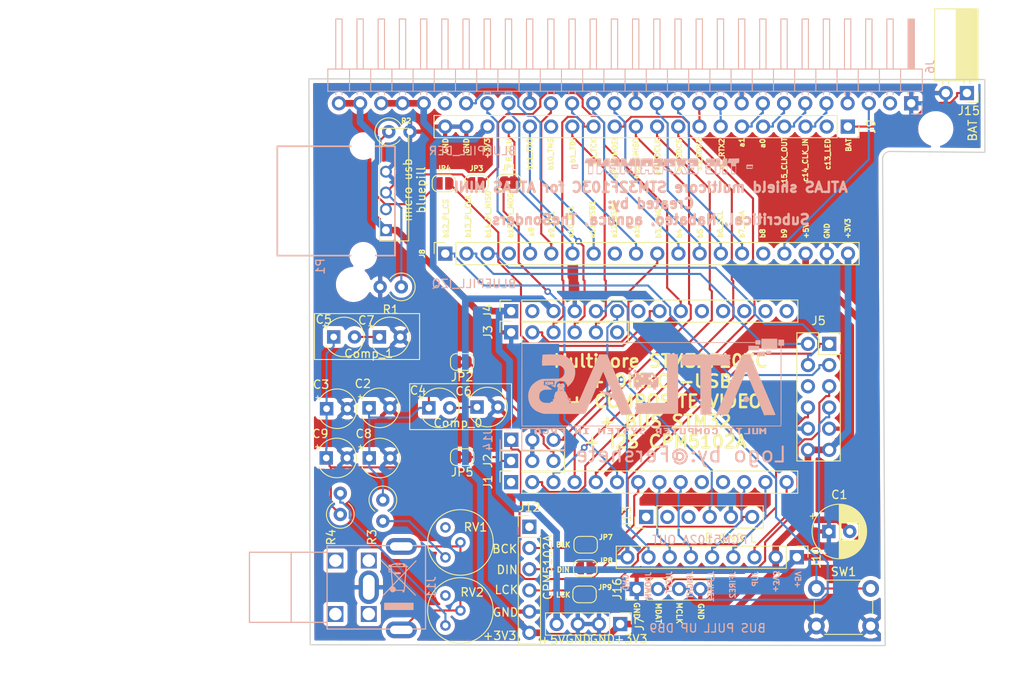
<source format=kicad_pcb>
(kicad_pcb (version 20211014) (generator pcbnew)
  (title_block (title "ESdUDO ROJO MULTICORE") (date "2023-06-16") (rev "Versión 0101") (company "- THE EXPERIMENT -") (comment 1 "By @Subcritical, @Nabateo, @agnuca & @Thesonders") (comment 2 "Multicore for ATLAS MINI \"LA ROJA\"") (comment 3 "License CERN OHL V2 STRICT:") (comment 4 "https://ohwr.org/cern_ohl_s_v2.txt"))
  (layers (0 "F.Cu" signal) (31 "B.Cu" signal) (34 "B.Paste" user) (35 "F.Paste" user) (36 "B.SilkS" user "B.Silkscreen") (37 "F.SilkS" user "F.Silkscreen") (38 "B.Mask" user) (39 "F.Mask" user) (44 "Edge.Cuts" user))
  (net 0 "")
  (net 1 "a4_R12_SD_CS")
  (net 2 "GND")
  (net 3 "TMS")
  (net 4 "a5_T13_SD_CLK")
  (net 5 "a6_R13_SD_MISO")
  (net 6 "a7_T14_SD_MOSI")
  (net 7 "RESET")
  (net 8 "+3.3V")
  (net 9 "VIN")
  (net 10 "+5V")
  (net 11 "J14_JOY_UP")
  (net 12 "K16_JOY_FIRE2")
  (net 13 "K15_JOY_FIRE1")
  (net 14 "TMDSC_N")
  (net 15 "TMDSC_P")
  (net 16 "N16_JOY_RIGHT")
  (net 17 "T15_JOY_LEFT")
  (net 18 "P14_SD_DATA1")
  (net 19 "b3_JTAG_ENABLE_SWO")
  (net 20 "b0_TCK")
  (net 21 "b11_TDO")
  (net 22 "b1_TDI")
  (net 23 "TMDS_2_P")
  (net 24 "TMDS_2_N")
  (net 25 "TMDS_0_P")
  (net 26 "TMDS_1_N")
  (net 27 "TMDS_1_P")
  (net 28 "TMDS_0_N")
  (net 29 "R1_JOY_DOWN")
  (net 30 "b13_F13_PI_CLK")
  (net 31 "b12_C15_PI_CS")
  (net 32 "b7")
  (net 33 "b14_F15_PI_MISO")
  (net 34 "b5")
  (net 35 "b4")
  (net 36 "b9")
  (net 37 "c14_RELOJ_A_IN")
  (net 38 "a11_USB_N")
  (net 39 "a10_USB_p")
  (net 40 "c15_RELOJ_B_OUT")
  (net 41 "a0")
  (net 42 "a15")
  (net 43 "a9_STM32_TX")
  (net 44 "a12_USB_P")
  (net 45 "BAT")
  (net 46 "a1")
  (net 47 "RESET_BLUEPILL")
  (net 48 "K2_KDAT")
  (net 49 "L2_KCLK")
  (net 50 "B16_MDAT")
  (net 51 "C16_MCLK")
  (net 52 "b7_SDA")
  (net 53 "D15_PI_TX")
  (net 54 "b6_SCL")
  (net 55 "b15_F16_PI_MOSI")
  (net 56 "F16_PI_MOSI")
  (net 57 "EAR")
  (net 58 "Net-(JP3-Pad1)")
  (net 59 "Net-(JP4-Pad1)")
  (net 60 "Composite_0")
  (net 61 "Composite_1")
  (net 62 "a10_STM32_RX")
  (net 63 "a8")
  (net 64 "Net-(J11-Pad1)")
  (net 65 "Net-(C2-Pad1)")
  (net 66 "Net-(C3-Pad1)")
  (net 68 "BCK")
  (net 69 "DIN")
  (net 70 "LCK")
  (net 71 "R14_SD_DATA2")
  (net 72 "D16_PI_RX")
  (net 76 "R")
  (net 77 "L")
  (net 78 "Net-(R3-Pad2)")
  (net 79 "Net-(R4-Pad2)")
  (net 80 "Net-(C4-Pad2)")
  (net 81 "Net-(C5-Pad2)")
  (net 84 "b8")
  (net 85 "c13_LED")
  (net 86 "a2_TXD_2")
  (net 87 "a3_RXD_2")
  (net 88 "b10_TMS")
  (footprint "MountingHole:MountingHole_3.2mm_M3" (layer "F.Cu") (at 138.2366 34.05)
    (fp_text reference "H2" hide)
    (fp_text value "MountingHole")
  )
  (footprint "MountingHole:MountingHole_3.2mm_M3" (layer "F.Cu") (at 68.4572 52.7068 90)
    (fp_text reference "H1" hide)
    (fp_text value "MountingHole")
  )
  (footprint "Connector_PinSocket_2.54mm:PinSocket_1x03_P2.54mm_Vertical" (layer "F.Cu") (at 87.3498 73.8573 90)
    (fp_text reference "J2")
    (fp_text value "Conn_01x03")
  )
  (footprint "Connector_PinSocket_2.54mm:PinSocket_1x14_P2.54mm_Vertical" (layer "F.Cu") (at 87.3599 55.907 90)
    (fp_text reference "J4")
    (fp_text value "Conn_01x14")
  )
  (footprint "Connector_PinSocket_2.54mm:PinSocket_1x06_P2.54mm_Vertical" (layer "F.Cu") (at 87.3599 58.447 90)
    (fp_text reference "J3")
    (fp_text value "Conn_01x06")
  )
  (footprint "Connector_PinSocket_2.54mm:PinSocket_1x14_P2.54mm_Vertical" (layer "F.Cu") (at 87.3498 76.3973 90)
    (fp_text reference "J1")
    (fp_text value "Conn_01x14")
  )
  (footprint "Connector_PinHeader_2.54mm:PinHeader_1x04_P2.54mm_Vertical" (layer "F.Cu") (at 100.4266 93.4 -90)
    (fp_text reference "J7")
    (fp_text value "Conn_01x04")
  )
  (footprint "Capacitor_THT:CP_Radial_Tantal_D4.5mm_P2.50mm" (layer "F.Cu") (at 83.2711 67.4)
    (fp_text reference "C6")
    (fp_text value "22pF")
  )
  (footprint "Capacitor_THT:CP_Radial_Tantal_D4.5mm_P2.50mm" (layer "F.Cu") (at 71.5711 59)
    (fp_text reference "C7")
    (fp_text value "22pF")
  )
  (footprint "Capacitor_THT:CP_Radial_D6.3mm_P2.50mm" (layer "F.Cu") (at 125.4342 82.31)
    (fp_text reference "C1")
    (fp_text value "100nF")
  )
  (footprint "Jumper:SolderJumper-2_P1.3mm_Bridged2Bar_RoundedPad1.0x1.5mm" (layer "F.Cu") (at 81.4866 62 180)
    (fp_text reference "JP2")
    (fp_text value "SolderJumper_2_Bridged")
  )
  (footprint "Resistor_THT:R_Axial_DIN0309_L9.0mm_D3.2mm_P2.54mm_Vertical" (layer "F.Cu") (at 66.8866 80.27 90)
    (fp_text reference "R4")
    (fp_text value "80")
  )
  (footprint "Jumper:SolderJumper-2_P1.3mm_Open_RoundedPad1.0x1.5mm" (layer "F.Cu") (at 83.2 40.6)
    (fp_text reference "JP3")
    (fp_text value "SolderJumper_2_Open")
  )
  (footprint "Connector_PinHeader_2.54mm:PinHeader_1x04_P2.54mm_Vertical" (layer "F.Cu") (at 102.4 89.2 90)
    (fp_text reference "J16")
    (fp_text value "Conn_01x04")
  )
  (footprint "Jumper:SolderJumper-2_P1.3mm_Open_RoundedPad1.0x1.5mm" (layer "F.Cu") (at 96.1566 89.85 180)
    (fp_text reference "JP9")
    (fp_text value "SolderJumper_2_Open")
  )
  (footprint "Capacitor_THT:CP_Radial_Tantal_D4.5mm_P2.50mm" (layer "F.Cu") (at 65.2423 67.6)
    (fp_text reference "C3")
    (fp_text value "22pF")
  )
  (footprint "Jumper:SolderJumper-2_P1.3mm_Open_RoundedPad1.0x1.5mm" (layer "F.Cu") (at 79.3 40.6)
    (fp_text reference "JP4")
    (fp_text value "SolderJumper_2_Open")
  )
  (footprint "Capacitor_THT:CP_Radial_Tantal_D4.5mm_P2.50mm" (layer "F.Cu") (at 66.0923 59)
    (fp_text reference "C5")
    (fp_text value "22pF")
  )
  (footprint "Jumper:SolderJumper-2_P1.3mm_Bridged2Bar_RoundedPad1.0x1.5mm" (layer "F.Cu") (at 81.4866 73.4 180)
    (fp_text reference "JP5")
    (fp_text value "SolderJumper_2_Bridged")
  )
  (footprint "Connector_PinSocket_2.54mm:PinSocket_1x20_P2.54mm_Vertical" (layer "F.Cu") (at 79.4666 49.01 90)
    (fp_text reference "J8")
    (fp_text value "BLUEPILL_IZQ")
  )
  (footprint "Connector_PinSocket_2.54mm:PinSocket_1x20_P2.54mm_Vertical" (layer "F.Cu") (at 127.7066 33.79 -90)
    (fp_text reference "J9")
    (fp_text value "BLUEPILL_DER")
  )
  (footprint "Potentiometer_THT:Potentiometer_Bourns_3339H_Vertical" (layer "F.Cu") (at 79.4866 85.4158)
    (fp_text reference "RV1")
    (fp_text value "1000")
  )
  (footprint "Jumper:SolderJumper-2_P1.3mm_Open_RoundedPad1.0x1.5mm" (layer "F.Cu") (at 96.2866 83.9 180)
    (fp_text reference "JP7")
    (fp_text value "SolderJumper_2_Open")
  )
  (footprint "Resistor_THT:R_Axial_DIN0309_L9.0mm_D3.2mm_P2.54mm_Vertical" (layer "F.Cu") (at 72.7 34.4)
    (fp_text reference "R2")
    (fp_text value "15k")
  )
  (footprint "Connector_PinSocket_2.54mm:PinSocket_2x06_P2.54mm_Vertical" (layer "F.Cu") (at 125.4666 59.83)
    (fp_text reference "J5")
    (fp_text value "Conn_02x06_Odd_Even")
  )
  (footprint "Capacitor_THT:CP_Radial_Tantal_D4.5mm_P2.50mm" (layer "F.Cu") (at 70.3326 67.5)
    (fp_text reference "C2")
    (fp_text value "22pF")
  )
  (footprint "Jumper:SolderJumper-2_P1.3mm_Bridged2Bar_RoundedPad1.0x1.5mm" (layer "F.Cu") (at 87.1 40.5)
    (fp_text reference "JP1")
    (fp_text value "SolderJumper_2_Bridged")
  )
  (footprint "Capacitor_THT:CP_Radial_Tantal_D4.5mm_P2.50mm" (layer "F.Cu") (at 77.5 67.5)
    (fp_text reference "C4")
    (fp_text value "22pF")
  )
  (footprint "Jumper:SolderJumper-2_P1.3mm_Open_RoundedPad1.0x1.5mm" (layer "F.Cu") (at 96.2366 86.7 180)
    (fp_text reference "JP8")
    (fp_text value "SolderJumper_2_Open")
  )
  (footprint "Connector_PinHeader_2.54mm:PinHeader_1x09_P2.54mm_Vertical" (layer "F.Cu") (at 121.6 85.4 -90)
    (fp_text reference "J10")
    (fp_text value "Conn_01x09_Male")
  )
  (footprint "Potentiometer_THT:Potentiometer_Bourns_3339H_Vertical" (layer "F.Cu") (at 79.4827 93.5734)
    (fp_text reference "RV2")
    (fp_text value "150")
  )
  (footprint "Connector_PinHeader_2.54mm:PinHeader_1x06_P2.54mm_Vertical" (layer "F.Cu") (at 103.5366 80.57 90)
    (fp_text reference "J13")
    (fp_text value "Conn_01x06")
  )
  (footprint "Capacitor_THT:CP_Radial_Tantal_D4.5mm_P2.50mm" (layer "F.Cu") (at 70.3635 73.5)
    (fp_text reference "C8")
    (fp_text value "22pF")
  )
  (footprint "Connector_PinSocket_2.54mm:PinSocket_1x02_P2.54mm_Horizontal" (layer "F.Cu") (at 141.9766 29.77 -90)
    (fp_text reference "J15")
    (fp_text value "Conn_01x02_Male")
  )
  (footprint "Capacitor_THT:CP_Radial_Tantal_D4.5mm_P2.50mm" (layer "F.Cu") (at 65.2 73.5)
    (fp_text reference "C9")
    (fp_text value "22pF")
  )
  (footprint "Connector_PinHeader_2.54mm:PinHeader_1x06_P2.54mm_Vertical" (layer "F.Cu") (at 89.5466 81.75)
    (fp_text reference "J12")
    (fp_text value "Conn_01x06")
  )
  (footprint "Button_Switch_THT:SW_PUSH_6mm" (layer "F.Cu") (at 123.9366 89.14)
    (fp_text reference "SW1")
    (fp_text value "SW_Push")
  )
  (footprint "Resistor_THT:R_Axial_DIN0309_L9.0mm_D3.2mm_P2.54mm_Vertical" (layer "F.Cu") (at 71.9866 78.53 -90)
    (fp_text reference "R3")
    (fp_text value "750-1500")
  )
  (footprint "Resistor_THT:R_Axial_DIN0309_L9.0mm_D3.2mm_P2.54mm_Vertical" (layer "F.Cu") (at 74.2 53 180)
    (fp_text reference "R1")
    (fp_text value "15K")
  )
  (footprint "Componentes:Atlas_nuevo1" (layer "B.Cu") (at 104.794235 69.0702 180)
    (fp_text reference "G***" hide)
    (fp_text value "LOGO" hide)
  )
  (footprint "Symbol:WEEE-Logo_4.2x6mm_SilkScreen" (layer "B.Cu") (at 73.8866 88.7 180)
    (fp_text reference "REF**" hide)
    (fp_text value "LOGO3" hide)
  )
  (footprint "Componentes:Logo_Experiment" (layer "B.Cu") (at 105.4866 38.5 180)
    (fp_text reference "LOGO" hide)
    (fp_text value "The experiment" hide)
  )
  (footprint "Connector_PinHeader_2.54mm:PinHeader_1x28_P2.54mm_Horizontal" (layer "B.Cu") (at 135.3 31 90)
    (fp_text reference "J6")
    (fp_text value "Conn_01x28_Male")
  )
  (footprint "Connector_PinSocket_2.54mm:PinSocket_1x03_P2.54mm_Vertical" (layer "B.Cu") (at 87.3666 71.32 -90)
    (fp_text reference "J14")
    (fp_text value "Conn_01x03")
  )
  (footprint "USB-A1HSW6:OST_USB-A1HSW6" (layer "B.Cu") (at 65.8366 42.7 90)
    (fp_text reference "P1")
    (fp_text value "USB-A1HSW6")
  )
  (footprint "HUELLAS:rca_combined" (layer "B.Cu") (at 70.3 89 90)
    (fp_text reference "J11")
    (fp_text value "Conn_Coaxial")
  )
  (gr_rect (start 63.7866 56.2) (end 76.3866 61.7) (layer "F.SilkS") (width 0.12) (fill none))
  (gr_rect (start 75.2 64.6) (end 87.4 70.1) (layer "F.SilkS") (width 0.12) (fill none))
  (gr_rect (start 71.6 34) (end 75.08 47.49) (layer "F.SilkS") (width 0.12) (fill none))
  (gr_line (start 144.1166 28.15) (end 63.1266 28.07) (layer "Edge.Cuts") (width 0.15))
  (gr_line (start 144.1166 28.15) (end 144.1266 36.88) (layer "Edge.Cuts") (width 0.15))
  (gr_line (start 132.7366 36.77) (end 144.1266 36.88) (layer "Edge.Cuts") (width 0.15))
  (gr_line (start 132.1766 95.98) (end 131.8666 37.67) (layer "Edge.Cuts") (width 0.15))
  (gr_line (start 63.2766 95.88) (end 132.1766 95.98) (layer "Edge.Cuts") (width 0.15))
  (gr_arc (start 131.8666 37.67) (mid 132.119657 37.044126) (end 132.7366 36.77) (layer "Edge.Cuts") (width 0.15))
  (gr_line (start 63.1266 28.07) (end 63.2766 95.88) (layer "Edge.Cuts") (width 0.15))
  (gr_text "ATLAS shield multicore STM32F103C for ATLAS MINI\nCreated by:\nSubcritical, Nabateo, agnuca, TheSonders\n" (at 104.0866 43) (layer "B.SilkS") (effects (font (size 1.2 1.2) (thickness 0.3)) (justify mirror)))
  (gr_text "J_FIRE1" (at 111.3 88.9 90) (layer "B.SilkS") (effects (font (size 0.65 0.65)) (justify mirror)))
  (gr_text "JFIRE2" (at 113.9 88.7 90) (layer "B.SilkS") (effects (font (size 0.65 0.65)) (justify mirror)))
  (gr_text "PCM5102A OUT" (at 109.9766 83.31) (layer "B.SilkS") (effects (font (size 1 1)) (justify mirror)))
  (gr_text "GND" (at 101.1 88.4 90) (layer "B.SilkS") (effects (font (size 0.65 0.65)) (justify mirror)))
  (gr_text "JDOWN\n" (at 103.8 88.8 90) (layer "B.SilkS") (effects (font (size 0.65 0.65)) (justify mirror)))
  (gr_text "JUP" (at 116.6 88 90) (layer "B.SilkS") (effects (font (size 0.65 0.65)) (justify mirror)))
  (gr_text "+3V3" (at 119.1 88.3 270) (layer "B.SilkS") (effects (font (size 0.65 0.65)) (justify mirror)))
  (gr_text "Logo by:@Fershete" (at 107.6866 73.1) (layer "B.SilkS") (effects (font (size 1.8 1.8) (thickness 0.25)) (justify mirror)))
  (gr_text "BUS PULL UP DB9" (at 110.9 93.9) (layer "B.SilkS") (effects (font (size 1 1)) (justify mirror)))
  (gr_text "JLEFT\n" (at 106.3 88.4 90) (layer "B.SilkS") (effects (font (size 0.65 0.65)) (justify mirror)))
  (gr_text "JRIGHT\n" (at 108.8 88.7 90) (layer "B.SilkS") (effects (font (size 0.65 0.65)) (justify mirror)))
  (gr_text "+5V" (at 121.7 88.1 270) (layer "B.SilkS") (effects (font (size 0.65 0.65)) (justify mirror)))
  (gr_text "DIN" (at 93.6 86.9) (layer "F.SilkS") (effects (font (size 0.6 0.6))))
  (gr_text "MDAT" (at 105 92.1 270) (layer "F.SilkS") (effects (font (size 0.65 0.65))))
  (gr_text "b3_JTAG" (at 104.9966 45.4 90) (layer "F.SilkS") (effects (font (size 0.6 0.6))))
  (gr_text "b8\n" (at 117.5 46.6 90) (layer "F.SilkS") (effects (font (size 0.6 0.6))))
  (gr_text "LCK" (at 86.7866 89.3) (layer "F.SilkS") (effects (font (size 1 1))))
  (gr_text "a9_TX1" (at 92.2 45.5 90) (layer "F.SilkS") (effects (font (size 0.6 0.6))))
  (gr_text "+5V" (at 122.7 46.3 90) (layer "F.SilkS") (effects (font (size 0.6 0.6))))
  (gr_text "b12_PI_CS" (at 79.5266 44.8 90) (layer "F.SilkS") (effects (font (size 0.6 0.6))))
  (gr_text "Comp_0" (at 80.9866 69.3) (layer "F.SilkS") (effects (font (size 1 1))))
  (gr_text "a2_RTX2" (at 112.6 37.1 90) (layer "F.SilkS") (effects (font (size 0.6 0.6))))
  (gr_text "b1_TDI" (at 94.7366 36.7 90) (layer "F.SilkS") (effects (font (size 0.6 0.6))))
  (gr_text "GND" (at 125.2 46.3 90) (layer "F.SilkS") (effects (font (size 0.6 0.6))))
  (gr_text "L" (at 116.3466 83.11) (layer "F.SilkS") (effects (font (size 1 1))))
  (gr_text "a8\n" (at 89.7866 46.4 90) (layer "F.SilkS") (effects (font (size 0.6 0.6))))
  (gr_text "a0" (at 117.5 35.8 90) (layer "F.SilkS") (effects (font (size 0.6 0.6))))
  (gr_text "+5V" (at 92.3 95.3) (layer "F.SilkS") (effects (font (size 1 1))))
  (gr_text "GND" (at 98.2866 95.2) (layer "F.SilkS") (effects (font (size 1 1))))
  (gr_text "a4_SDCS" (at 107.5 37.2 90) (layer "F.SilkS") (effects (font (size 0.6 0.6))))
  (gr_text "LCK" (at 93.6 89.9) (layer "F.SilkS") (effects (font (size 0.6 0.6))))
  (gr_text "b15_PI_MOSI" (at 87.3 44.3 90) (layer "F.SilkS") (effects (font (size 0.6 0.6))))
  (gr_text "+3V3" (at 84.5 36.4 90) (layer "F.SilkS") (effects (font (size 0.6 0.6))))
  (gr_text "GND" (at 86.6866 92) (layer "F.SilkS") (effects (font (size 1 1))))
  (gr_text "GND" (at 95.3866 95.2) (layer "F.SilkS") (effects (font (size 1 1))))
  (gr_text "a1" (at 115 35.7 90) (layer "F.SilkS") (effects (font (size 0.6 0.6))))
  (gr_text "b6_SCL" (at 112.4 45.5 90) (layer "F.SilkS") (effects (font (size 0.6 0.6))))
  (gr_text "GND" (at 113.7666 83.11) (layer "F.SilkS") (effects (font (size 1 1))))
  (gr_text "CPM5102A" (at 91.7566 86.62 90) (layer "F.SilkS") (effects (font (size 1 1))))
  (gr_text "Comp_1" (at 70.2866 61) (layer "F.SilkS") (effects (font (size 1 1))))
  (gr_text "a12_USB0" (at 99.7 44.9 90) (layer "F.SilkS") (effects (font (size 0.6 0.6))))
  (gr_text "BAT" (at 127.8 36 90) (layer "F.SilkS") (effects (font (size 0.6 0.6))))
  (gr_text "b11_TDO" (at 89.6 37.1 90) (layer "F.SilkS") (effects (font (size 0.6 0.6))))
  (gr_text "b7_SDA" (at 115 45.5 90) (layer "F.SilkS") (effects (font (size 0.6 0.6))))
  (gr_text "Multicore STM32F103C \n+ DIRECT-USB \n+ COMPOSITE VIDEO\n+ BUS STM32\n+ I2S CPM5102A" (at 105.8466 66.72) (layer "F.SilkS") (effects (font (size 1.5 1.5) (thickness 0.3))))
  (gr_text "DIN" (at 86.8866 86.9) (layer "F.SilkS") (effects (font (size 1 1))))
  (gr_text "MCLK" (at 107.5 92.1 270) (layer "F.SilkS") (effects (font (size 0.65 0.65))))
  (gr_text "R_BLU" (at 87.1 36.6 90) (layer "F.SilkS") (effects (font (size 0.6 0.6))))
  (gr_text "a11_USB1" (at 97.1 44.9 90) (layer "F.SilkS") (effects (font (size 0.6 0.6))))
  (gr_text "GND" (at 82 36.1 90) (layer "F.SilkS") (effects (font (size 0.6 0.6))))
  (gr_text "a15\n" (at 102.4 46.3 90) (layer "F.SilkS") (effects (font (size 0.6 0.6))))
  (gr_text "BCK" (at 86.5866 84.4) (layer "F.SilkS") (effects (font (size 1 1))))
  (gr_text "GND\n" (at 102.4 91.8 270) (layer "F.SilkS") (effects (font (size 0.65 0.65))))
  (gr_text "b4\n" (at 107.5 46.6 90) (layer "F.SilkS") (effects (font (size 0.6 0.6))))
  (gr_text "b14_PI_MISO" (at 84.6 44.3 90) (layer "F.SilkS") (effects (font (size 0.6 0.6))))
  (gr_text "R" (at 111.0466 83.05) (layer "F.SilkS") (effects (font (size 1 1))))
  (gr_text "c13_LED" (at 125.3 37.1 90) (layer "F.SilkS") (effects (font (size 0.6 0.6))))
  (gr_text "b9\n" (at 120.0766 46.6 90) (layer "F.SilkS") (effects (font (size 0.6 0.6))))
  (gr_text "+3V3" (at 101.7 95.2) (layer "F.SilkS") (effects (font (size 1 1))))
  (gr_text "a10_RX1" (at 94.5 45.2 90) (layer "F.SilkS") (effects (font (size 0.6 0.6))))
  (gr_text "+3V3" (at 85.9866 94.8) (layer "F.SilkS") (effects (font (size 1 1))))
  (gr_text "GND" (at 79.5 36.1 90) (layer "F.SilkS") (effects (font (size 0.6 0.6))))
  (gr_text "micro usb\nbluepill" (at 75.7666 41.39 90) (layer "F.SilkS") (effects (font (size 1 1))))
  (gr_text "BLK" (at 93.6 83.9) (layer "F.SilkS") (effects (font (size 0.6 0.6))))
  (gr_text "a7_SDMOSI" (at 99.8 37.6 90) (layer "F.SilkS") (effects (font (size 0.6 0.6))))
  (gr_text "b5\n" (at 110 46.6 90) (layer "F.SilkS") (effects (font (size 0.6 0.6))))
  (gr_text "a5_SDCLK" (at 104.9 37.4 90) (layer "F.SilkS") (effects (font (size 0.6 0.6))))
  (gr_text "c14_CLK_IN" (at 122.6066 37.8 90) (layer "F.SilkS") (effects (font (size 0.6 0.6))))
  (gr_text "b13_PI_CLK" (at 82.2 44.5 90) (layer "F.SilkS") (effects (font (size 0.6 0.6))))
  (gr_text "a6_DSMISO" (at 102.3 37.6 90) (layer "F.SilkS") (effects (font (size 0.6 0.6))))
  (gr_text "b10_TMS" (at 92.1 37.1 90) (layer "F.SilkS") (effects (font (size 0.6 0.6))))
  (gr_text "b0_TCK" (at 97.2566 36.8 90) (layer "F.SilkS") (effects (font (size 0.6 0.6))))
  (gr_text "GND\n" (at 110.1 91.9 270) (layer "F.SilkS") (effects (font (size 0.65 0.65))))
  (gr_text "a3_RDX2" (at 109.9 37.1 90) (layer "F.SilkS") (effects (font (size 0.6 0.6))))
  (gr_text "+3V3" (at 127.7 46 90) (layer "F.SilkS") (effects (font (size 0.6 0.6))))
  (gr_text "BAT" (at 142.6566 34.26 90) (layer "F.SilkS") (effects (font (size 1 1))))
  (gr_text "c15_CLK_OUT" (at 120.1 38.1 90) (layer "F.SilkS") (effects (font (size 0.6 0.6))))
  (segment (start 91.0651 76.7647) (end 91.0651 76.3973) (width 0.25) (layer "F.Cu") (net 1))
  (segment (start 113.8016 52.1415) (end 113.9728 52.3127) (width 0.25) (layer "F.Cu") (net 1))
  (segment (start 91.873 77.5726) (end 91.0651 76.7647) (width 0.25) (layer "F.Cu") (net 1))
  (segment (start 107.3866 34.9653) (end 113.8016 41.3803) (width 0.25) (layer "F.Cu") (net 1))
  (segment (start 113.8016 41.3803) (end 113.8016 52.1415) (width 0.25) (layer "F.Cu") (net 1))
  (segment (start 96.2398 74.4432) (end 96.2398 76.818) (width 0.25) (layer "F.Cu") (net 1))
  (segment (start 96.2398 76.818) (end 95.4852 77.5726) (width 0.25) (layer "F.Cu") (net 1))
  (segment (start 113.9728 56.7102) (end 96.2398 74.4432) (width 0.25) (layer "F.Cu") (net 1))
  (segment (start 95.4852 77.5726) (end 91.873 77.5726) (width 0.25) (layer "F.Cu") (net 1))
  (segment (start 107.3866 33.79) (end 107.3866 34.9653) (width 0.25) (layer "F.Cu") (net 1))
  (segment (start 113.9728 52.3127) (end 113.9728 56.7102) (width 0.25) (layer "F.Cu") (net 1))
  (segment (start 89.8898 76.3973) (end 91.0651 76.3973) (width 0.25) (layer "F.Cu") (net 1))
  (segment (start 111.1616 41.2803) (end 111.1616 53.2836) (width 0.25) (layer "F.Cu") (net 4))
  (segment (start 111.1616 53.2836) (end 111.4078 53.5298) (width 0.25) (layer "F.Cu") (net 4))
  (segment (start 104.8466 34.9653) (end 111.1616 41.2803) (width 0.25) (layer "F.Cu") (net 4))
  (segment (start 111.4078 53.5298) (end 111.4078 56.9632) (width 0.25) (layer "F.Cu") (net 4))
  (segment (start 111.4078 56.9632) (end 96.1193 72.2517) (width 0.25) (layer "F.Cu") (net 4))
  (segment (start 104.8466 33.79) (end 104.8466 34.9653) (width 0.25) (layer "F.Cu") (net 4))
  (via (at 96.1193 72.2517) (size 0.8) (drill 0.4) (layers "F.Cu" "B.Cu") (net 4))
  (segment (start 93.149 75.222) (end 92.4298 75.222) (width 0.25) (layer "B.Cu") (net 4))
  (segment (start 96.1193 72.2517) (end 93.149 75.222) (width 0.25) (layer "B.Cu") (net 4))
  (segment (start 92.4298 76.3973) (end 92.4298 75.222) (width 0.25) (layer "B.Cu") (net 4))
  (segment (start 108.6766 41.3353) (end 108.6766 55.0035) (width 0.25) (layer "F.Cu") (net 5))
  (segment (start 108.6766 55.0035) (end 108.881 55.2079) (width 0.25) (layer "F.Cu") (net 5))
  (segment (start 94.9698 70.7363) (end 94.9698 76.3973) (width 0.25) (layer "F.Cu") (net 5))
  (segment (start 102.3066 34.9653) (end 108.6766 41.3353) (width 0.25) (layer "F.Cu") (net 5))
  (segment (start 108.881 55.2079) (end 108.881 56.8251) (width 0.25) (layer "F.Cu") (net 5))
  (segment (start 108.881 56.8251) (end 94.9698 70.7363) (width 0.25) (layer "F.Cu") (net 5))
  (segment (start 102.3066 33.79) (end 102.3066 34.9653) (width 0.25) (layer "F.Cu") (net 5))
  (segment (start 99.7666 33.79) (end 100.9419 33.79) (width 0.25) (layer "F.Cu") (net 6))
  (segment (start 97.5098 76.3973) (end 97.5098 75.222) (width 0.25) (layer "F.Cu") (net 6))
  (segment (start 101.7615 32.6031) (end 107.8623 32.6031) (width 0.25) (layer "F.Cu") (net 6))
  (segment (start 108.6566 34.7246) (end 116.3416 42.4096) (width 0.25) (layer "F.Cu") (net 6))
  (segment (start 116.3416 42.4096) (end 116.3416 52.1415) (width 0.25) (layer "F.Cu") (net 6))
  (segment (start 108.6566 33.3974) (end 108.6566 34.7246) (width 0.25) (layer "F.Cu") (net 6))
  (segment (start 116.5128 52.3127) (end 116.5128 56.3659) (width 0.25) (layer "F.Cu") (net 6))
  (segment (start 107.8623 32.6031) (end 108.6566 33.3974) (width 0.25) (layer "F.Cu") (net 6))
  (segment (start 100.9419 33.79) (end 100.9419 33.4227) (width 0.25) (layer "F.Cu") (net 6))
  (segment (start 100.9419 33.4227) (end 101.7615 32.6031) (width 0.25) (layer "F.Cu") (net 6))
  (segment (start 116.3416 52.1415) (end 116.5128 52.3127) (width 0.25) (layer "F.Cu") (net 6))
  (segment (start 116.5128 56.3659) (end 97.6567 75.222) (width 0.25) (layer "F.Cu") (net 6))
  (segment (start 97.6567 75.222) (end 97.5098 75.222) (width 0.25) (layer "F.Cu") (net 6))
  (segment (start 130.4366 89.14) (end 123.9366 89.14) (width 0.25) (layer "F.Cu") (net 7))
  (segment (start 123.9366 85.441) (end 119.0998 80.6042) (width 0.25) (layer "B.Cu") (net 7))
  (segment (start 101.3299 55.5136) (end 100.548 54.7317) (width 0.25) (layer "B.Cu") (net 7))
  (segment (start 101.3299 58.209) (end 101.3299 55.5136) (width 0.25) (layer "B.Cu") (net 7))
  (segment (start 119.0998 80.6042) (end 119.0998 75.9789) (width 0.25) (layer "B.Cu") (net 7))
  (segment (start 123.9366 89.14) (end 123.9366 85.441) (width 0.25) (layer "B.Cu") (net 7))
  (segment (start 98.6952 55.5396) (end 98.6952 55.907) (width 0.25) (layer "B.Cu") (net 7))
  (segment (start 119.0998 75.9789) (end 101.3299 58.209) (width 0.25) (layer "B.Cu") (net 7))
  (segment (start 100.548 54.7317) (end 99.5031 54.7317) (width 0.25) (layer "B.Cu") (net 7))
  (segment (start 99.5031 54.7317) (end 98.6952 55.5396) (width 0.25) (layer "B.Cu") (net 7))
  (segment (start 97.5199 55.907) (end 98.6952 55.907) (width 0.25) (layer "B.Cu") (net 7))
  (segment (start 112.5103 93.4) (end 119.06 86.8503) (width 0.8) (layer "F.Cu") (net 8))
  (segment (start 119.06 83.9497) (end 122.1001 80.9096) (width 0.8) (layer "F.Cu") (net 8))
  (segment (start 74.34 31) (end 76.88 31) (width 0.8) (layer "F.Cu") (net 8))
  (segment (start 89.5466 94.45) (end 90.9969 94.45) (width 0.8) (layer "F.Cu") (net 8))
  (segment (start 125.4666 72.53) (end 124.0163 72.53) (width 0.8) (layer "F.Cu") (net 8))
  (segment (start 122.9266 80.9096) (end 126.5338 80.9096) (width 0.8) (layer "F.Cu") (net 8))
  (segment (start 100.4266 93.4) (end 112.5103 93.4) (width 0.8) (layer "F.Cu") (net 8))
  (segment (start 90.9969 94.45) (end 91.4067 94.8598) (width 0.8) (layer "F.Cu") (net 8))
  (segment (start 122.9266 80.9096) (end 122.9266 72.53) (width 0.8) (layer "F.Cu") (net 8))
  (segment (start 72.8897 31) (end 71.8 31) (width 0.8) (layer "F.Cu") (net 8))
  (segment (start 119.06 85.4) (end 119.06 83.9497) (width 0.8) (layer "F.Cu") (net 8))
  (segment (start 74.34 31) (end 72.8897 31) (width 0.8) (layer "F.Cu") (net 8))
  (segment (start 91.4067 94.8598) (end 98.9668 94.8598) (width 0.8) (layer "F.Cu") (net 8))
  (segment (start 122.9266 72.53) (end 124.0163 72.53) (width 0.8) (layer "F.Cu") (net 8))
  (segment (start 98.9668 94.8598) (end 100.4266 93.4) (width 0.8) (layer "F.Cu") (net 8))
  (segment (start 122.1001 80.9096) (end 122.9266 80.9096) (width 0.8) (layer "F.Cu") (net 8))
  (segment (start 119.06 85.4) (end 119.06 86.8503) (width 0.8) (layer "F.Cu") (net 8))
  (segment (start 126.5338 80.9096) (end 127.9342 82.31) (width 0.8) (layer "F.Cu") (net 8))
  (segment (start 78.8876 35.3074) (end 83.0092 35.3074) (width 0.8) (layer "B.Cu") (net 8))
  (segment (start 127.7266 70.27) (end 127.7266 49.01) (width 0.8) (layer "B.Cu") (net 8))
  (segment (start 76.88 31) (end 76.88 33.2998) (width 0.8) (layer "B.Cu") (net 8))
  (segment (start 81.8693 74.5562) (end 81.8693 54.4287) (width 0.8) (layer "B.Cu") (net 8))
  (segment (start 78.0145 36.1805) (end 78.0145 50.5739) (width 0.8) (layer "B.Cu") (net 8))
  (segment (start 83.6709 88.5743) (end 83.6709 76.3578) (width 0.8) (layer "B.Cu") (net 8))
  (segment (start 78.0145 50.5739) (end 81.8693 54.4287) (width 0.8) (layer "B.Cu") (net 8))
  (segment (start 125.4666 72.53) (end 127.7266 70.27) (width 0.8) (layer "B.Cu") (net 8))
  (segment (start 81.8693 54.4287) (end 90.9616 54.4287) (width 0.8) (layer "B.Cu") (net 8))
  (segment (start 90.9616 54.4287) (end 92.4399 55.907) (width 0.8) (layer "B.Cu") (net 8))
  (segment (start 83.0092 35.3074) (end 84.5266 33.79) (width 0.8) (layer "B.Cu") (net 8))
  (segment (start 89.5466 94.45) (end 83.6709 88.5743) (width 0.8) (layer "B.Cu") (net 8))
  (segment (start 76.88 33.2998) (end 78.8876 35.3074) (width 0.8) (layer "B.Cu") (net 8))
  (segment (start 78.8876 35.3074) (end 78.0145 36.1805) (width 0.8) (layer "B.Cu") (net 8))
  (segment (start 83.6709 76.3578) (end 81.8693 74.5562) (width 0.8) (layer "B.Cu") (net 8))
  (segment (start 129.3649 57.1786) (end 122.6466 50.4603) (width 0.8) (layer "F.Cu") (net 10))
  (segment (start 72.3466 46.2) (end 73.6609 46.2) (width 0.8) (layer "F.Cu") (net 10))
  (segment (start 121.6 85.4) (end 126.8713 85.4) (width 0.8) (layer "F.Cu") (net 10))
  (segment (start 129.3649 82.9064) (end 129.3649 57.1786) (width 0.8) (layer "F.Cu") (net 10))
  (segment (start 73.6609 46.2) (end 83.3679 55.907) (width 0.8) (layer "F.Cu") (net 10))
  (segment (start 126.8713 85.4) (end 129.3649 82.9064) (width 0.8) (layer "F.Cu") (net 10))
  (segment (start 122.6466 49.01) (end 122.6466 50.4603) (width 0.8) (layer "F.Cu") (net 10))
  (segment (start 66.72 31) (end 69.26 31) (width 0.8) (layer "F.Cu") (net 10))
  (segment (start 83.3679 55.907) (end 87.3599 55.907) (width 0.8) (layer "F.Cu") (net 10))
  (segment (start 120.1156 86.8844) (end 92.8066 86.8844) (width 0.8) (layer "B.Cu") (net 10))
  (segment (start 92.8066 86.8844) (end 92.8066 93.4) (width 0.8) (layer "B.Cu") (net 10))
  (segment (start 71.4234 37.8492) (end 71.4234 35.4413) (width 0.8) (layer "B.Cu") (net 10))
  (segment (start 69.26 33.2779) (end 69.26 31) (width 0.8) (layer "B.Cu") (net 10))
  (segment (start 85.9096 55.907) (end 85.9096 60.6268) (width 0.8) (layer "B.Cu") (net 10))
  (segment (start 92.8066 82.4547) (end 92.8066 86.8844) (width 0.8) (layer "B.Cu") (net 10))
  (segment (start 121.6 85.4) (end 120.1156 86.8844) (width 0.8) (layer "B.Cu") (net 10))
  (segment (start 87.1727 68.4425) (end 85.8995 69.7157) (width 0.8) (layer "B.Cu") (net 10))
  (segment (start 87.1727 61.8899) (end 87.1727 68.4425) (width 0.8) (layer "B.Cu") (net 10))
  (segment (start 85.9096 60.6268) (end 87.1727 61.8899) (width 0.8) (layer "B.Cu") (net 10))
  (segment (start 71.0068 38.2658) (end 71.4234 37.8492) (width 0.8) (layer "B.Cu") (net 10))
  (segment (start 87.3599 55.907) (end 85.9096 55.907) (width 0.8) (layer "B.Cu") (net 10))
  (segment (start 71.4234 35.4413) (end 69.26 33.2779) (width 0.8) (layer "B.Cu") (net 10))
  (segment (start 72.3466 46.2) (end 71.0068 44.8602) (width 0.8) (layer "B.Cu") (net 10))
  (segment (start 85.8995 69.7157) (end 85.8995 77.558) (width 0.8) (layer "B.Cu") (net 10))
  (segment (start 71.0068 44.8602) (end 71.0068 38.2658) (width 0.8) (layer "B.Cu") (net 10))
  (segment (start 89.944 79.5921) (end 92.8066 82.4547) (width 0.8) (layer "B.Cu") (net 10))
  (segment (start 85.8995 77.558) (end 87.9336 79.5921) (width 0.8) (layer "B.Cu") (net 10))
  (segment (start 87.9336 79.5921) (end 89.944 79.5921) (width 0.8) (layer "B.Cu") (net 10))
  (segment (start 116.52 85.4) (end 116.52 84.2247) (width 0.25) (layer "F.Cu") (net 11))
  (segment (start 120.3698 80.3749) (end 120.3698 76.3973) (width 0.25) (layer "F.Cu") (net 11))
  (segment (start 116.52 84.2247) (end 120.3698 80.3749) (width 0.25) (layer "F.Cu") (net 11))
  (segment (start 113.98 84.2247) (end 114.2738 84.2247) (width 0.25) (layer "B.Cu") (net 12))
  (segment (start 117.8298 80.6687) (end 117.8298 76.3973) (width 0.25) (layer "B.Cu") (net 12))
  (segment (start 114.2738 84.2247) (end 117.8298 80.6687) (width 0.25) (layer "B.Cu") (net 12))
  (segment (start 113.98 85.4) (end 113.98 84.2247) (width 0.25) (layer "B.Cu") (net 12))
  (segment (start 111.44 85.4) (end 111.44 84.2247) (width 0.25) (layer "B.Cu") (net 13))
  (segment (start 114.9666 80.9919) (end 114.9666 77.8958) (width 0.25) (layer "B.Cu") (net 13))
  (segment (start 111.7338 84.2247) (end 114.9666 80.9919) (width 0.25) (layer "B.Cu") (net 13))
  (segment (start 115.2898 76.3973) (end 115.2898 77.5726) (width 0.25) (layer "B.Cu") (net 13))
  (segment (start 111.44 84.2247) (end 111.7338 84.2247) (width 0.25) (layer "B.Cu") (net 13))
  (segment (start 114.9666 77.8958) (end 115.2898 77.5726) (width 0.25) (layer "B.Cu") (net 13))
  (segment (start 107.4274 77.815) (end 107.6698 77.5726) (width 0.25) (layer "B.Cu") (net 16))
  (segment (start 108.9 84.2247) (end 107.4274 82.7521) (width 0.25) (layer "B.Cu") (net 16))
  (segment (start 108.9 85.4) (end 108.9 84.2247) (width 0.25) (layer "B.Cu") (net 16))
  (segment (start 107.6698 76.3973) (end 107.6698 77.5726) (width 0.25) (layer "B.Cu") (net 16))
  (segment (start 107.4274 82.7521) (end 107.4274 77.815) (width 0.25) (layer "B.Cu") (net 16))
  (segment (start 104.8687 82.7334) (end 104.8687 77.8337) (width 0.25) (layer "B.Cu") (net 17))
  (segment (start 105.1298 76.3973) (end 105.1298 77.5726) (width 0.25) (layer "B.Cu") (net 17))
  (segment (start 106.36 85.4) (end 106.36 84.2247) (width 0.25) (layer "B.Cu") (net 17))
  (segment (start 104.8687 77.8337) (end 105.1298 77.5726) (width 0.25) (layer "B.Cu") (net 17))
  (segment (start 106.36 84.2247) (end 104.8687 82.7334) (width 0.25) (layer "B.Cu") (net 17))
  (segment (start 88.262 45.7482) (end 88.262 50.0926) (width 0.25) (layer "F.Cu") (net 18))
  (segment (start 86.45 43.9362) (end 88.262 45.7482) (width 0.25) (layer "F.Cu") (net 18))
  (segment (start 88.262 50.0926) (end 91.7361 53.5667) (width 0.25) (layer "F.Cu") (net 18))
  (segment (start 86.45 40.5) (end 86.45 43.9362) (width 0.25) (layer "F.Cu") (net 18))
  (via (at 91.7361 53.5667) (size 0.8) (drill 0.4) (layers "F.Cu" "B.Cu") (net 18))
  (segment (start 100.0498 75.222) (end 100.0498 75.1564) (width 0.25) (layer "B.Cu") (net 18))
  (segment (start 91.8544 53.5667) (end 91.7361 53.5667) (width 0.25) (layer "B.Cu") (net 18))
  (segment (start 93.7442 55.4565) (end 91.8544 53.5667) (width 0.25) (layer "B.Cu") (net 18))
  (segment (start 100.0498 75.1564) (end 93.7442 68.8508) (width 0.25) (layer "B.Cu") (net 18))
  (segment (start 93.7442 68.8508) (end 93.7442 55.4565) (width 0.25) (layer "B.Cu") (net 18))
  (segment (start 100.0498 76.3973) (end 100.0498 75.222) (width 0.25) (layer "B.Cu") (net 18))
  (segment (start 101.414 53.6379) (end 101.414 58.7677) (width 0.25) (layer "F.Cu") (net 19))
  (segment (start 91.0752 58.8144) (end 91.0752 58.447) (width 0.25) (layer "F.Cu") (net 19))
  (segment (start 89.8999 58.447) (end 91.0752 58.447) (width 0.25) (layer "F.Cu") (net 19))
  (segment (start 104.8666 49.01) (end 104.8666 50.1853) (width 0.25) (layer "F.Cu") (net 19))
  (segment (start 100.5594 59.6223) (end 91.8831 59.6223) (width 0.25) (layer "F.Cu") (net 19))
  (segment (start 101.414 58.7677) (end 100.5594 59.6223) (width 0.25) (layer "F.Cu") (net 19))
  (segment (start 104.8666 50.1853) (end 101.414 53.6379) (width 0.25) (layer "F.Cu") (net 19))
  (segment (start 91.8831 59.6223) (end 91.0752 58.8144) (width 0.25) (layer "F.Cu") (net 19))
  (segment (start 96.0513 33.4227) (end 95.2406 32.612) (width 0.25) (layer "F.Cu") (net 20))
  (segment (start 95.2406 32.612) (end 94.1623 32.612) (width 0.25) (layer "F.Cu") (net 20))
  (segment (start 93.6152 56.4638) (end 92.8073 57.2717) (width 0.25) (layer "F.Cu") (net 20))
  (segment (start 92.8073 57.2717) (end 92.4399 57.2717) (width 0.25) (layer "F.Cu") (net 20))
  (segment (start 93.6152 52.2751) (end 93.6152 56.4638) (width 0.25) (layer "F.Cu") (net 20))
  (segment (start 96.0513 33.79) (end 96.0513 33.4227) (width 0.25) (layer "F.Cu") (net 20))
  (segment (start 93.4816 33.2927) (end 93.4816 52.1415) (width 0.25) (layer "F.Cu") (net 20))
  (segment (start 97.2266 33.79) (end 96.0513 33.79) (width 0.25) (layer "F.Cu") (net 20))
  (segment (start 94.1623 32.612) (end 93.4816 33.2927) (width 0.25) (layer "F.Cu") (net 20))
  (segment (start 92.4399 58.447) (end 92.4399 57.2717) (width 0.25) (layer "F.Cu") (net 20))
  (segment (start 93.4816 52.1415) (end 93.6152 52.2751) (width 0.25) (layer "F.Cu") (net 20))
  (segment (start 95.4256 47.5246) (end 96.0216 48.1206) (width 0.25) (layer "F.Cu") (net 21))
  (segment (start 96.0216 48.1206) (end 96.0216 52.1415) (width 0.25) (layer "F.Cu") (net 21))
  (segment (start 94.9799 58.447) (end 94.9799 57.2717) (width 0.25) (layer "F.Cu") (net 21))
  (segment (start 95.3473 57.2717) (end 94.9799 57.2717) (width 0.25) (layer "F.Cu") (net 21))
  (segment (start 96.1552 52.2751) (end 96.1552 56.4638) (width 0.25) (layer "F.Cu") (net 21))
  (segment (start 96.0216 52.1415) (end 96.1552 52.2751) (width 0.25) (layer "F.Cu") (net 21))
  (segment (start 96.1552 56.4638) (end 95.3473 57.2717) (width 0.25) (layer "F.Cu") (net 21))
  (via (at 95.4256 47.5246) (size 0.8) (drill 0.4) (layers "F.Cu" "B.Cu") (net 21))
  (segment (start 89.6066 41.7056) (end 95.4256 47.5246) (width 0.25) (layer "B.Cu") (net 21))
  (segment (start 89.6066 33.79) (end 89.6066 41.7056) (width 0.25) (layer "B.Cu") (net 21))
  (segment (start 98.6952 56.4638) (end 97.8873 57.2717) (width 0.25) (layer "F.Cu") (net 22))
  (segment (start 98.6952 52.2751) (end 98.6952 56.4638) (width 0.25) (layer "F.Cu") (net 22))
  (segment (start 97.5199 58.447) (end 97.5199 57.2717) (width 0.25) (layer "F.Cu") (net 22))
  (segment (start 98.5616 52.1415) (end 98.6952 52.2751) (width 0.25) (layer "F.Cu") (net 22))
  (segment (start 98.5616 38.8403) (end 98.5616 52.1415) (width 0.25) (layer "F.Cu") (net 22))
  (segment (start 94.6866 33.79) (end 94.6866 34.9653) (width 0.25) (layer "F.Cu") (net 22))
  (segment (start 94.6866 34.9653) (end 98.5616 38.8403) (width 0.25) (layer "F.Cu") (net 22))
  (segment (start 97.8873 57.2717) (end 97.5199 57.2717) (width 0.25) (layer "F.Cu") (net 22))
  (segment (start 98.8846 57.8902) (end 99.6925 57.0823) (width 0.25) (layer "B.Cu") (net 29))
  (segment (start 101.2251 69.9736) (end 98.8846 67.6331) (width 0.25) (layer "B.Cu") (net 29))
  (segment (start 103.82 85.4) (end 103.82 84.2247) (width 0.25) (layer "B.Cu") (net 29))
  (segment (start 101.2251 81.6298) (end 101.2251 69.9736) (width 0.25) (layer "B.Cu") (net 29))
  (segment (start 98.8846 67.6331) (end 98.8846 57.8902) (width 0.25) (layer "B.Cu") (net 29))
  (segment (start 103.82 84.2247) (end 101.2251 81.6298) (width 0.25) (layer "B.Cu") (net 29))
  (segment (start 100.0599 55.907) (end 100.0599 57.0823) (width 0.25) (layer "B.Cu") (net 29))
  (segment (start 99.6925 57.0823) (end 100.0599 57.0823) (width 0.25) (layer "B.Cu") (net 29))
  (segment (start 82.0066 49.01) (end 83.1819 49.01) (width 0.25) (layer "B.Cu") (net 30))
  (segment (start 85.2521 51.4475) (end 83.1819 49.3773) (width 0.25) (layer "B.Cu") (net 30))
  (segment (start 110.0295 51.4475) (end 85.2521 51.4475) (width 0.25) (layer "B.Cu") (net 30))
  (segment (start 114.0299 55.4479) (end 110.0295 51.4475) (width 0.25) (layer "B.Cu") (net 30))
  (segment (start 117.4908 59.83) (end 114.0299 56.3691) (width 0.25) (layer "B.Cu") (net 30))
  (segment (start 114.0299 56.3691) (end 114.0299 55.4479) (width 0.25) (layer "B.Cu") (net 30))
  (segment (start 83.1819 49.3773) (end 83.1819 49.01) (width 0.25) (layer "B.Cu") (net 30))
  (segment (start 122.9266 59.83) (end 117.4908 59.83) (width 0.25) (layer "B.Cu") (net 30))
  (segment (start 106.4099 56.3661) (end 106.4099 55.4854) (width 0.25) (layer "B.Cu") (net 31))
  (segment (start 106.4099 55.4854) (end 103.7586 52.8341) (width 0.25) (layer "B.Cu") (net 31))
  (segment (start 125.4666 62.37) (end 124.2913 62.37) (width 0.25) (layer "B.Cu") (net 31))
  (segment (start 124.2913 62.7373) (end 123.4618 63.5668) (width 0.25) (layer "B.Cu") (net 31))
  (segment (start 79.4666 49.01) (end 80.6419 49.01) (width 0.25) (layer "B.Cu") (net 31))
  (segment (start 113.6106 63.5668) (end 106.4099 56.3661) (width 0.25) (layer "B.Cu") (net 31))
  (segment (start 84.0987 52.8341) (end 80.6419 49.3773) (width 0.25) (layer "B.Cu") (net 31))
  (segment (start 123.4618 63.5668) (end 113.6106 63.5668) (width 0.25) (layer "B.Cu") (net 31))
  (segment (start 103.7586 52.8341) (end 84.0987 52.8341) (width 0.25) (layer "B.Cu") (net 31))
  (segment (start 124.2913 62.37) (end 124.2913 62.7373) (width 0.25) (layer "B.Cu") (net 31))
  (segment (start 80.6419 49.3773) (end 80.6419 49.01) (width 0.25) (layer "B.Cu") (net 31))
  (segment (start 85.7219 49.3773) (end 85.7219 49.01) (width 0.25) (layer "B.Cu") (net 33))
  (segment (start 122.2981 57.476) (end 117.7464 57.476) (width 0.25) (layer "B.Cu") (net 33))
  (segment (start 116.5699 56.2995) (end 116.5699 55.4175) (width 0.25) (layer "B.Cu") (net 33))
  (segment (start 124.1525 60.3361) (end 124.1525 59.3304) (width 0.25) (layer "B.Cu") (net 33))
  (segment (start 116.5699 55.4175) (end 111.861 50.7086) (width 0.25) (layer "B.Cu") (net 33))
  (segment (start 111.861 50.7086) (end 87.0532 50.7086) (width 0.25) (layer "B.Cu") (net 33))
  (segment (start 122.9266 62.37) (end 122.9266 61.1947) (width 0.25) (layer "B.Cu") (net 33))
  (segment (start 117.7464 57.476) (end 116.5699 56.2995) (width 0.25) (layer "B.Cu") (net 33))
  (segment (start 84.5466 49.01) (end 85.7219 49.01) (width 0.25) (layer "B.Cu") (net 33))
  (segment (start 124.1525 59.3304) (end 122.2981 57.476) (width 0.25) (layer "B.Cu") (net 33))
  (segment (start 123.2939 61.1947) (end 124.1525 60.3361) (width 0.25) (layer "B.Cu") (net 33))
  (segment (start 87.0532 50.7086) (end 85.7219 49.3773) (width 0.25) (layer "B.Cu") (net 33))
  (segment (start 122.9266 61.1947) (end 123.2939 61.1947) (width 0.25) (layer "B.Cu") (net 33))
  (segment (start 109.9466 49.01) (end 109.9466 47.8347) (width 0.25) (layer "B.Cu") (net 34))
  (segment (start 99.74 32.1753) (end 99.8869 32.1753) (width 0.25) (layer "B.Cu") (net 34))
  (segment (start 99.8869 32.1753) (end 101.0366 33.325) (width 0.25) (layer "B.Cu") (net 34))
  (segment (start 99.74 31) (end 99.74 32.1753) (width 0.25) (layer "B.Cu") (net 34))
  (segment (start 101.0366 33.325) (end 101.0366 38.9247) (width 0.25) (layer "B.Cu") (net 34))
  (segment (start 101.0366 38.9247) (end 109.9466 47.8347) (width 0.25) (layer "B.Cu") (net 34))
  (segment (start 97.2 31) (end 97.2 32.1753) (width 0.25) (layer "B.Cu") (net 35))
  (segment (start 97.3469 32.1753) (end 98.4966 33.325) (width 0.25) (layer "B.Cu") (net 35))
  (segment (start 98.4966 33.325) (end 98.4966 38.9247) (width 0.25) (layer "B.Cu") (net 35))
  (segment (start 107.4066 49.01) (end 107.4066 47.8347) (width 0.25) (layer "B.Cu") (net 35))
  (segment (start 97.2 32.1753) (end 97.3469 32.1753) (width 0.25) (layer "B.Cu") (net 35))
  (segment (start 98.4966 38.9247) (end 107.4066 47.8347) (width 0.25) (layer "B.Cu") (net 35))
  (segment (start 130.22 31) (end 130.22 37.7213) (width 0.25) (layer "B.Cu") (net 36))
  (segment (start 120.1066 49.01) (end 120.1066 47.8347) (width 0.25) (layer "B.Cu") (net 36))
  (segment (start 130.22 37.7213) (end 120.1066 47.8347) (width 0.25) (layer "B.Cu") (net 36))
  (segment (start 125.14 31) (end 125.14 32.1753) (width 0.25) (layer "B.Cu") (net 37))
  (segment (start 122.6266 33.79) (end 123.8019 33.79) (width 0.25) (layer "B.Cu") (net 37))
  (segment (start 125.14 32.1753) (end 125.0277 32.1753) (width 0.25) (layer "B.Cu") (net 37))
  (segment (start 123.8019 33.4011) (end 123.8019 33.79) (width 0.25) (layer "B.Cu") (net 37))
  (segment (start 125.0277 32.1753) (end 123.8019 33.4011) (width 0.25) (layer "B.Cu") (net 37))
  (segment (start 89.3726 32.4896) (end 90.0307 32.4896) (width 0.25) (layer "B.Cu") (net 38))
  (segment (start 90.0307 32.4896) (end 90.8766 33.3355) (width 0.25) (layer "B.Cu") (net 38))
  (segment (start 97.2466 46.4828) (end 97.2466 49.01) (width 0.25) (layer "B.Cu") (net 38))
  (segment (start 83.1353 30.6327) (end 83.9514 29.8166) (width 0.25) (layer "B.Cu") (net 38))
  (segment (start 90.8766 40.1128) (end 97.2466 46.4828) (width 0.25) (layer "B.Cu") (net 38))
  (segment (start 81.96 31) (end 83.1353 31) (width 0.25) (layer "B.Cu") (net 38))
  (segment (start 87.5764 29.8166) (end 88.2154 30.4556) (width 0.25) (layer "B.Cu") (net 38))
  (segment (start 88.2154 31.3324) (end 89.3726 32.4896) (width 0.25) (layer "B.Cu") (net 38))
  (segment (start 83.1353 31) (end 83.1353 30.6327) (width 0.25) (layer "B.Cu") (net 38))
  (segment (start 90.8766 33.3355) (end 90.8766 40.1128) (width 0.25) (layer "B.Cu") (net 38))
  (segment (start 88.2154 30.4556) (end 88.2154 31.3324) (width 0.25) (layer "B.Cu") (net 38))
  (segment (start 83.9514 29.8166) (end 87.5764 29.8166) (width 0.25) (layer "B.Cu") (net 38))
  (segment (start 122.4877 32.1753) (end 121.2619 33.4011) (width 0.25) (layer "B.Cu") (net 40))
  (segment (start 121.2619 33.4011) (end 121.2619 33.79) (width 0.25) (layer "B.Cu") (net 40))
  (segment (start 120.0866 33.79) (end 121.2619 33.79) (width 0.25) (layer "B.Cu") (net 40))
  (segment (start 122.6 32.1753) (end 122.4877 32.1753) (width 0.25) (layer "B.Cu") (net 40))
  (segment (start 122.6 31) (end 122.6 32.1753) (width 0.25) (layer "B.Cu") (net 40))
  (segment (start 120.06 32.1753) (end 119.9477 32.1753) (width 0.25) (layer "B.Cu") (net 41))
  (segment (start 118.7219 33.4011) (end 118.7219 33.79) (width 0.25) (layer "B.Cu") (net 41))
  (segment (start 117.5466 33.79) (end 118.7219 33.79) (width 0.25) (layer "B.Cu") (net 41))
  (segment (start 120.06 31) (end 120.06 32.1753) (width 0.25) (layer "B.Cu") (net 41))
  (segment (start 119.9477 32.1753) (end 118.7219 33.4011) (width 0.25) (layer "B.Cu") (net 41))
  (segment (start 94.66 32.1753) (end 94.7387 32.1753) (width 0.25) (layer "B.Cu") (net 42))
  (segment (start 95.9566 33.3932) (end 95.9566 41.4647) (width 0.25) (layer "B.Cu") (net 42))
  (segment (start 102.3266 49.01) (end 102.3266 47.8347) (width 0.25) (layer "B.Cu") (net 42))
  (segment (start 95.9566 41.4647) (end 102.3266 47.8347) (width 0.25) (layer "B.Cu") (net 42))
  (segment (start 94.7387 32.1753) (end 95.9566 33.3932) (width 0.25) (layer "B.Cu") (net 42))
  (segment (start 94.66 31) (end 94.66 32.1753) (width 0.25) (layer "B.Cu") (net 42))
  (segment (start 92.1666 49.01) (end 92.1666 47.8347) (width 0.25) (layer "F.Cu") (net 43))
  (segment (start 92.0476 32.1753) (end 90.9639 33.259) (width 0.25) (layer "F.Cu") (net 43))
  (segment (start 92.12 32.1753) (end 92.0476 32.1753) (width 0.25) (layer "F.Cu") (net 43))
  (segment (start 90.9639 46.632) (end 92.1666 47.8347) (width 0.25) (layer "F.Cu") (net 43))
  (segment (start 90.9639 33.259) (end 90.9639 46.632) (width 0.25) (layer "F.Cu") (net 43))
  (segment (start 92.12 31) (end 92.12 32.1753) (width 0.25) (layer "F.Cu") (net 43))
  (segment (start 137.5413 30.9453) (end 134.6966 33.79) (width 0.25) (layer "F.Cu") (net 45))
  (segment (start 140.8013 30.1374) (end 139.9934 30.9453) (width 0.25) (layer "F.Cu") (net 45))
  (segment (start 140.8013 29.77) (end 140.8013 30.1374) (width 0.25) (layer "F.Cu") (net 45))
  (segment (start 141.9766 29.77) (end 140.8013 29.77) (width 0.25) (layer "F.Cu") (net 45))
  (segment (start 139.9934 30.9453) (end 137.5413 30.9453) (width 0.25) (layer "F.Cu") (net 45))
  (segment (start 134.6966 33.79) (end 127.7066 33.79) (width 0.25) (layer "F.Cu") (net 45))
  (segment (start 117.4077 32.1753) (end 116.1819 33.4011) (width 0.25) (layer "B.Cu") (net 46))
  (segment (start 117.52 32.1753) (end 117.4077 32.1753) (width 0.25) (layer "B.Cu") (net 46))
  (segment (start 115.0066 33.79) (end 116.1819 33.79) (width 0.25) (layer "B.Cu") (net 46))
  (segment (start 117.52 31) (end 117.52 32.1753) (width 0.25) (layer "B.Cu") (net 46))
  (segment (start 116.1819 33.4011) (end 116.1819 33.79) (width 0.25) (layer "B.Cu") (net 46))
  (segment (start 87.75 35.6487) (end 87.0666 34.9653) (width 0.25) (layer "F.Cu") (net 47))
  (segment (start 87.75 40.5) (end 87.75 35.6487) (width 0.25) (layer "F.Cu") (net 47))
  (segment (start 87.0666 33.79) (end 87.0666 34.9653) (width 0.25) (layer "F.Cu") (net 47))
  (segment (start 86.8351 32.3004) (end 89.9422 32.3004) (width 0.25) (layer "F.Cu") (net 48))
  (segment (start 90.85 30.5105) (end 91.587 29.7735) (width 0.25) (layer "F.Cu") (net 48))
  (segment (start 95.93 31.4164) (end 97.0032 32.4896) (width 0.25) (layer "F.Cu") (net 48))
  (segment (start 95.1713 29.7735) (end 95.93 30.5322) (width 0.25) (layer "F.Cu") (net 48))
  (segment (start 98.4966 33.3296) (end 98.4966 35.9636) (width 0.25) (layer "F.Cu") (net 48))
  (segment (start 89.9422 32.3004) (end 90.85 31.3926) (width 0.25) (layer "F.Cu") (net 48))
  (segment (start 83.85 40.6) (end 85.7966 38.6534) (width 0.25) (layer "F.Cu") (net 48))
  (segment (start 85.7966 38.6534) (end 85.7966 33.3389) (width 0.25) (layer "F.Cu") (net 48))
  (segment (start 107.6799 55.907) (end 107.6799 54.7317) (width 0.25) (layer "F.Cu") (net 48))
  (segment (start 106.0524 43.5194) (end 106.0524 53.1042) (width 0.25) (layer "F.Cu") (net 48))
  (segment (start 97.0032 32.4896) (end 97.6566 32.4896) (width 0.25) (layer "F.Cu") (net 48))
  (segment (start 98.4966 35.9636) (end 106.0524 43.5194) (width 0.25) (layer "F.Cu") (net 48))
  (segment (start 106.0524 53.1042) (end 107.6799 54.7317) (width 0.25) (layer "F.Cu") (net 48))
  (segment (start 85.7966 33.3389) (end 86.8351 32.3004) (width 0.25) (layer "F.Cu") (net 48))
  (segment (start 95.93 30.5322) (end 95.93 31.4164) (width 0.25) (layer "F.Cu") (net 48))
  (segment (start 90.85 31.3926) (end 90.85 30.5105) (width 0.25) (layer "F.Cu") (net 48))
  (segment (start 97.6566 32.4896) (end 98.4966 33.3296) (width 0.25) (layer "F.Cu") (net 48))
  (segment (start 91.587 29.7735) (end 95.1713 29.7735) (width 0.25) (layer "F.Cu") (net 48))
  (segment (start 85.8166 49.9892) (end 88.5353 52.7079) (width 0.25) (layer "F.Cu") (net 49))
  (segment (start 88.5353 58.8069) (end 89.801 60.0726) (width 0.25) (layer "F.Cu") (net 49))
  (segment (start 100.7539 60.0726) (end 103.9646 56.8619) (width 0.25) (layer "F.Cu") (net 49))
  (segment (start 79.95 40.6) (end 85.8166 46.4666) (width 0.25) (layer "F.Cu") (net 49))
  (segment (start 88.5353 52.7079) (end 88.5353 58.8069) (width 0.25) (layer "F.Cu") (net 49))
  (segment (start 105.1399 55.907) (end 103.9646 55.907) (width 0.25) (layer "F.Cu") (net 49))
  (segment (start 103.9646 56.8619) (end 103.9646 55.907) (width 0.25) (layer "F.Cu") (net 49))
  (segment (start 89.801 60.0726) (end 100.7539 60.0726) (width 0.25) (layer "F.Cu") (net 49))
  (segment (start 85.8166 46.4666) (end 85.8166 49.9892) (width 0.25) (layer "F.Cu") (net 49))
  (segment (start 125.4666 64.91) (end 125.4666 66.0853) (width 0.25) (layer "F.Cu") (net 50))
  (segment (start 115.5947 88.0247) (end 106.9232 88.0247) (width 0.25) (layer "F.Cu") (net 50))
  (segment (start 121.67 79.7116) (end 117.79 83.5916) (width 0.25) (layer "F.Cu") (net 50))
  (segment (start 125.0992 66.0853) (end 124.2913 66.8932) (width 0.25) (layer "F.Cu") (net 50))
  (segment (start 117.79 83.5916) (end 117.79 85.8294) (width 0.25) (layer "F.Cu") (net 50))
  (segment (start 106.1153 88.8326) (end 106.1153 89.2) (width 0.25) (layer "F.Cu") (net 50))
  (segment (start 121.67 72.0976) (end 121.67 79.7116) (width 0.25) (layer "F.Cu") (net 50))
  (segment (start 122.5076 71.26) (end 121.67 72.0976) (width 0.25) (layer "F.Cu") (net 50))
  (segment (start 124.2913 66.8932) (end 124.2913 70.3263) (width 0.25) (layer "F.Cu") (net 50))
  (segment (start 117.79 85.8294) (end 115.5947 88.0247) (width 0.25) (layer "F.Cu") (net 50))
  (segment (start 106.9232 88.0247) (end 106.1153 88.8326) (width 0.25) (layer "F.Cu") (net 50))
  (segment (start 124.2913 70.3263) (end 123.3576 71.26) (width 0.25) (layer "F.Cu") (net 50))
  (segment (start 123.3576 71.26) (end 122.5076 71.26) (width 0.25) (layer "F.Cu") (net 50))
  (segment (start 125.4666 66.0853) (end 125.0992 66.0853) (width 0.25) (layer "F.Cu") (net 50))
  (segment (start 104.94 89.2) (end 106.1153 89.2) (width 0.25) (layer "F.Cu") (net 50))
  (segment (start 124.4732 90.4946) (end 109.5826 90.4946) (width 0.25) (layer "B.Cu") (net 51))
  (segment (start 125.2935 89.6743) (end 124.4732 90.4946) (width 0.25) (layer "B.Cu") (net 51))
  (segment (start 125.4666 67.45) (end 125.4666 68.6253) (width 0.25) (layer "B.Cu") (net 51))
  (segment (start 124.2504 84.9858) (end 125.2935 86.0289) (width 0.25) (layer "B.Cu") (net 51))
  (segment (start 109.5826 90.4946) (end 108.6553 89.5673) (width 0.25) (layer "B.Cu") (net 51))
  (segment (start 125.2935 86.0289) (end 125.2935 89.6743) (width 0.25) (layer "B.Cu") (net 51))
  (segment (start 108.6553 89.5673) (end 108.6553 89.2) (width 0.25) (layer "B.Cu") (net 51))
  (segment (start 124.2504 69.4742) (end 124.2504 84.9858) (width 0.25) (layer "B.Cu") (net 51))
  (segment (start 125.0993 68.6253) (end 124.2504 69.4742) (width 0.25) (layer "B.Cu") (net 51))
  (segment (start 107.48 89.2) (end 108.6553 89.2) (width 0.25) (layer "B.Cu") (net 51))
  (segment (start 125.4666 68.6253) (end 125.0993 68.6253) (width 0.25) (layer "B.Cu") (net 51))
  (segment (start 107.36 31) (end 107.36 32.1753) (width 0.25) (layer "B.Cu") (net 52))
  (segment (start 107.5069 32.1753) (end 108.6566 33.325) (width 0.25) (layer "B.Cu") (net 52))
  (segment (start 115.0266 49.01) (end 115.0266 47.8347) (width 0.25) (layer "B.Cu") (net 52))
  (segment (start 108.6566 41.4647) (end 115.0266 47.8347) (width 0.25) (layer "B.Cu") (net 52))
  (segment (start 107.36 32.1753) (end 107.5069 32.1753) (width 0.25) (layer "B.Cu") (net 52))
  (segment (start 108.6566 33.325) (end 108.6566 41.4647) (width 0.25) (layer "B.Cu") (net 52))
  (segment (start 124.2913 60.1974) (end 123.4834 61.0053) (width 0.25) (layer "F.Cu") (net 53))
  (segment (start 125.4666 59.83) (end 124.2913 59.83) (width 0.25) (layer "F.Cu") (net 53))
  (segment (start 116.3165 61.0053) (end 101.3198 76.002) (width 0.25) (layer "F.Cu") (net 53))
  (segment (start 124.2913 59.83) (end 124.2913 60.1974) (width 0.25) (layer "F.Cu") (net 53))
  (segment (start 101.3198 79.5168) (end 96.9366 83.9) (width 0.25) (layer "F.Cu") (net 53))
  (segment (start 123.4834 61.0053) (end 116.3165 61.0053) (width 0.25) (layer "F.Cu") (net 53))
  (segment (start 101.3198 76.002) (end 101.3198 79.5168) (width 0.25) (layer "F.Cu") (net 53))
  (segment (start 104.8987 32.1753) (end 106.1166 33.3932) (width 0.25) (layer "B.Cu") (net 54))
  (segment (start 106.1166 33.3932) (end 106.1166 41.4647) (width 0.25) (layer "B.Cu") (net 54))
  (segment (start 104.82 31) (end 104.82 32.1753) (width 0.25) (layer "B.Cu") (net 54))
  (segment (start 104.82 32.1753) (end 104.8987 32.1753) (width 0.25) (layer "B.Cu") (net 54))
  (segment (start 106.1166 41.4647) (end 112.4866 47.8347) (width 0.25) (layer "B.Cu") (net 54))
  (segment (start 112.4866 49.01) (end 112.4866 47.8347) (width 0.25) (layer "B.Cu") (net 54))
  (segment (start 74.5248 39.5218) (end 81.4718 39.5218) (width 0.25) (layer "F.Cu") (net 58))
  (segment (start 81.4718 39.5218) (end 82.55 40.6) (width 0.25) (layer "F.Cu") (net 58))
  (segment (start 72.3466 41.7) (end 74.5248 39.5218) (width 0.25) (layer "F.Cu") (net 58))
  (segment (start 74.2 43.5534) (end 74.2 53) (width 0.25) (layer "B.Cu") (net 58))
  (segment (start 72.3466 41.7) (end 74.2 43.5534) (width 0.25) (layer "B.Cu") (net 58))
  (segment (start 72.3466 43.0808) (end 72.2511 43.0808) (width 0.25) (layer "F.Cu") (net 59))
  (segment (start 72.3466 43.0808) (end 72.3466 43.7) (width 0.25) (layer "F.Cu") (net 59))
  (segment (start 71.2544 42.0841) (end 71.2544 35.8456) (width 0.25) (layer "F.Cu") (net 59))
  (segment (start 76.1692 43.0808) (end 72.3466 43.0808) (width 0.25) (layer "F.Cu") (net 59))
  (segment (start 78.65 40.6) (end 76.1692 43.0808) (width 0.25) (layer "F.Cu") (net 59))
  (segment (start 72.2511 43.0808) (end 71.2544 42.0841) (width 0.25) (layer "F.Cu") (net 59))
  (segment (start 71.2544 35.8456) (end 72.7 34.4) (width 0.25) (layer "F.Cu") (net 59))
  (segment (start 82.279 62) (end 91.2545 70.9755) (width 0.25) (layer "F.Cu") (net 60))
  (segment (start 92.1359 72.682) (end 92.4298 72.682) (width 0.25) (layer "F.Cu") (net 60))
  (segment (start 91.2545 70.9755) (end 91.2545 71.8006) (width 0.25) (layer "F.Cu") (net 60))
  (segment (start 91.2545 71.8006) (end 92.1359 72.682) (width 0.25) (layer "F.Cu") (net 60))
  (segment (start 92.4298 73.8573) (end 92.4298 72.682) (width 0.25) (layer "F.Cu") (net 60))
  (segment (start 82.1366 62) (end 82.279 62) (width 0.25) (layer "F.Cu") (net 60))
  (segment (start 87.3498 73.8573) (end 86.1745 73.8573) (width 0.25) (layer "F.Cu") (net 61))
  (segment (start 85.7172 73.4) (end 86.1745 73.8573) (width 0.25) (layer "F.Cu") (net 61))
  (segment (start 82.1366 73.4) (end 85.7172 73.4) (width 0.25) (layer "F.Cu") (net 61))
  (segment (start 88.3366 41.4647) (end 88.3366 33.325) (width 0.25) (layer "B.Cu") (net 62))
  (segment (start 87.1869 32.1753) (end 87.04 32.1753) (width 0.25) (layer "B.Cu") (net 62))
  (segment (start 94.7066 47.8347) (end 88.3366 41.4647) (width 0.25) (layer "B.Cu") (net 62))
  (segment (start 87.04 31) (end 87.04 32.1753) (width 0.25) (layer "B.Cu") (net 62))
  (segment (start 94.7066 49.01) (end 94.7066 47.8347) (width 0.25) (layer "B.Cu") (net 62))
  (segment (start 88.3366 33.325) (end 87.1869 32.1753) (width 0.25) (layer "B.Cu") (net 62))
  (segment (start 85.7307 33.2591) (end 85.7307 43.9388) (width 0.25) (layer "B.Cu") (net 63))
  (segment (start 84.5 31) (end 84.5 32.1753) (width 0.25) (layer "B.Cu") (net 63))
  (segment (start 85.7307 43.9388) (end 89.6266 47.8347) (width 0.25) (layer "B.Cu") (net 63))
  (segment (start 84.5 32.1753) (end 84.6469 32.1753) (width 0.25) (layer "B.Cu") (net 63))
  (segment (start 84.6469 32.1753) (end 85.7307 33.2591) (width 0.25) (layer "B.Cu") (net 63))
  (segment (start 89.6266 49.01) (end 89.6266 47.8347) (width 0.25) (layer "B.Cu") (net 63))
  (segment (start 81.2788 83.6236) (end 81.2788 84.1) (width 0.25) (layer "F.Cu") (net 64))
  (segment (start 74.2 94.1) (end 76.5227 91.7773) (width 0.25) (layer "F.Cu") (net 64))
  (segment (start 81.2788 84.1) (end 81.2788 91.7773) (width 0.25) (layer "F.Cu") (net 64))
  (segment (start 81.2827 83.6197) (end 81.2788 83.6236) (width 0.25) (layer "F.Cu") (net 64))
  (segment (start 76.3753 84.1) (end 81.2788 84.1) (width 0.25) (layer "F.Cu") (net 64))
  (segment (start 76.5227 91.7773) (end 81.2788 91.7773) (width 0.25) (layer "F.Cu") (net 64))
  (segment (start 74.2 84.1) (end 76.3753 84.1) (width 0.25) (layer "F.Cu") (net 64))
  (segment (start 77.5 65.3366) (end 77.5 67.5) (width 0.25) (layer "F.Cu") (net 65))
  (segment (start 80.8366 62) (end 77.5 65.3366) (width 0.25) (layer "F.Cu") (net 65))
  (segment (start 70.3326 68.6253) (end 70.3635 68.6562) (width 0.25) (layer "B.Cu") (net 65))
  (segment (start 71.9866 78.53) (end 71.9866 76.2484) (width 0.25) (layer "B.Cu") (net 65))
  (segment (start 70.3326 67.5) (end 70.3326 68.6253) (width 0.25) (layer "B.Cu") (net 65))
  (segment (start 70.3635 68.6562) (end 75.2185 68.6562) (width 0.25) (layer "B.Cu") (net 65))
  (segment (start 75.2185 68.6562) (end 76.3747 67.5) (width 0.25) (layer "B.Cu") (net 65))
  (segment (start 77.5 67.5) (end 76.3747 67.5) (width 0.25) (layer "B.Cu") (net 65))
  (segment (start 71.9866 76.2484) (end 70.3635 74.6253) (width 0.25) (layer "B.Cu") (net 65))
  (segment (start 70.3635 73.5) (end 70.3635 74.6253) (width 0.25) (layer "B.Cu") (net 65))
  (segment (start 70.3635 68.6562) (end 70.3635 73.5) (width 0.25) (layer "B.Cu") (net 65))
  (segment (start 65.2 73.5) (end 65.5933 73.5) (width 0.25) (layer "F.Cu") (net 66))
  (segment (start 65.5933 74.465) (end 65.755 74.6267) (width 0.25) (layer "F.Cu") (net 66))
  (segment (start 65.755 79.1384) (end 66.8866 80.27) (width 0.25) (layer "F.Cu") (net 66))
  (segment (start 79.6099 74.6267) (end 80.8366 73.4) (width 0.25) (layer "F.Cu") (net 66))
  (segment (start 65.5933 73.5) (end 65.5933 74.465) (width 0.25) (layer "F.Cu") (net 66))
  (segment (start 65.755 74.6267) (end 65.755 79.1384) (width 0.25) (layer "F.Cu") (net 66))
  (segment (start 65.755 74.6267) (end 79.6099 74.6267) (width 0.25) (layer "F.Cu") (net 66))
  (segment (start 66.0923 60.1253) (end 65.2423 60.9753) (width 0.25) (layer "B.Cu") (net 66))
  (segment (start 65.2 72.3747) (end 65.2423 72.3324) (width 0.25) (layer "B.Cu") (net 66))
  (segment (start 65.2423 72.3324) (end 65.2423 67.6) (width 0.25) (layer "B.Cu") (net 66))
  (segment (start 65.2 73.5) (end 65.2 72.3747) (width 0.25) (layer "B.Cu") (net 66))
  (segment (start 65.2423 60.9753) (end 65.2423 67.6) (width 0.25) (layer "B.Cu") (net 66))
  (segment (start 66.0923 59) (end 66.0923 60.1253) (width 0.25) (layer "B.Cu") (net 66))
  (segment (start 95.2466 84.29) (end 95.6366 83.9) (width 0.25) (layer "F.Cu") (net 68))
  (segment (start 89.5466 84.29) (end 95.2466 84.29) (width 0.25) (layer "F.Cu") (net 68))
  (segment (start 95.4566 86.83) (end 95.5866 86.7) (width 0.25) (layer "F.Cu") (net 69))
  (segment (start 89.5466 86.83) (end 95.4566 86.83) (width 0.25) (layer "F.Cu") (net 69))
  (segment (start 89.5466 89.37) (end 95.0266 89.37) (width 0.25) (layer "F.Cu") (net 70))
  (segment (start 95.0266 89.37) (end 95.5066 89.85) (width 0.25) (layer "F.Cu") (net 70))
  (segment (start 96.8866 86.7) (end 102.1028 81.4838) (width 0.25) (layer "F.Cu") (net 71))
  (segment (start 102.5898 76.3973) (end 102.5898 77.5726) (width 0.25) (layer "F.Cu") (net 71))
  (segment (start 102.1028 81.4838) (end 102.1028 78.0596) (width 0.25) (layer "F.Cu") (net 71))
  (segment (start 102.1028 78.0596) (end 102.5898 77.5726) (width 0.25) (layer "F.Cu") (net 71))
  (segment (start 122.9266 68.6253) (end 122.5593 68.6253) (width 0.25) (layer "F.Cu") (net 72))
  (segment (start 122.5593 68.6253) (end 119.0998 72.0848) (width 0.25) (layer "F.Cu") (net 72))
  (segment (start 114.6686 83.8308) (end 103.7267 83.8308) (width 0.25) (layer "F.Cu") (net 72))
  (segment (start 102.55 85.0075) (end 102.55 85.8015) (width 0.25) (layer "F.Cu") (net 72))
  (segment (start 98.2007 88.4558) (end 98.2007 88.4559) (width 0.25) (layer "F.Cu") (net 72))
  (segment (start 98.2007 88.4559) (end 96.8066 89.85) (width 0.25) (layer "F.Cu") (net 72))
  (segment (start 119.0998 79.3996) (end 114.6686 83.8308) (width 0.25) (layer "F.Cu") (net 72))
  (segment (start 99.8957 88.4558) (end 98.2007 88.4558) (width 0.25) (layer "F.Cu") (net 72))
  (segment (start 119.0998 72.0848) (end 119.0998 79.3996) (width 0.25) (layer "F.Cu") (net 72))
  (segment (start 103.7267 83.8308) (end 102.55 85.0075) (width 0.25) (layer "F.Cu") (net 72))
  (segment (start 102.55 85.8015) (end 99.8957 88.4558) (width 0.25) (layer "F.Cu") (net 72))
  (segment (start 122.9266 67.45) (end 122.9266 68.6253) (width 0.25) (layer "F.Cu") (net 72))
  (segment (start 92.4466 71.32) (end 93.6219 71.32) (width 0.25) (layer "F.Cu") (net 76))
  (segment (start 93.6219 71.32) (end 93.6219 71.0584) (width 0.25) (layer "F.Cu") (net 76))
  (segment (start 93.6219 71.0584) (end 100.5581 64.1222) (width 0.25) (layer "F.Cu") (net 76))
  (via (at 100.5581 64.1222) (size 0.8) (drill 0.4) (layers "F.Cu" "B.Cu") (net 76))
  (segment (start 111.399 79.1523) (end 111.399 74.9631) (width 0.25) (layer "B.Cu") (net 76))
  (segment (start 111.1566 79.3947) (end 111.399 79.1523) (width 0.25) (layer "B.Cu") (net 76))
  (segment (start 111.399 74.9631) (end 100.5581 64.1222) (width 0.25) (layer "B.Cu") (net 76))
  (segment (start 111.1566 80.57) (end 111.1566 79.3947) (width 0.25) (layer "B.Cu") (net 76))
  (segment (start 87.3666 72.4953) (end 88.1632 72.4953) (width 0.25) (layer "F.Cu") (net 77))
  (segment (start 88.5252 72.8573) (end 88.5252 79.3658) (width 0.25) (layer "F.Cu") (net 77))
  (segment (start 87.3666 71.32) (end 87.3666 72.4953) (width 0.25) (layer "F.Cu") (net 77))
  (segment (start 88.1632 72.4953) (end 88.5252 72.8573) (width 0.25) (layer "F.Cu") (net 77))
  (segment (start 88.3624 79.5286) (end 88.3624 87.3441) (width 0.25) (layer "F.Cu") (net 77))
  (segment (start 115.0613 80.9374) (end 115.0613 80.57) (width 0.25) (layer "F.Cu") (net 77))
  (segment (start 103.2723 81.7453) (end 114.2534 81.7453) (width 0.25) (layer "F.Cu") (net 77))
  (segment (start 88.3624 87.3441) (end 89.0238 88.0055) (width 0.25) (layer "F.Cu") (net 77))
  (segment (start 114.2534 81.7453) (end 115.0613 80.9374) (width 0.25) (layer "F.Cu") (net 77))
  (segment (start 97.0121 88.0055) (end 103.2723 81.7453) (width 0.25) (layer "F.Cu") (net 77))
  (segment (start 89.0238 88.0055) (end 97.0121 88.0055) (width 0.25) (layer "F.Cu") (net 77))
  (segment (start 88.5252 79.3658) (end 88.3624 79.5286) (width 0.25) (layer "F.Cu") (net 77))
  (segment (start 116.2366 80.57) (end 115.0613 80.57) (width 0.25) (layer "F.Cu") (net 77))
  (segment (start 75.1408 81.07) (end 79.4866 85.4158) (width 0.25) (layer "B.Cu") (net 78))
  (segment (start 71.9866 81.07) (end 75.1408 81.07) (width 0.25) (layer "B.Cu") (net 78))
  (segment (start 79.4827 92.183) (end 68.0119 80.7122) (width 0.25) (layer "B.Cu") (net 79))
  (segment (start 67.168 78.8553) (end 66.8866 78.8553) (width 0.25) (layer "B.Cu") (net 79))
  (segment (start 68.0119 79.6992) (end 67.168 78.8553) (width 0.25) (layer "B.Cu") (net 79))
  (segment (start 66.8866 77.73) (end 66.8866 78.8553) (width 0.25) (layer "B.Cu") (net 79))
  (segment (start 79.4827 93.5734) (end 79.4827 92.183) (width 0.25) (layer "B.Cu") (net 79))
  (segment (start 68.0119 80.7122) (end 68.0119 79.6992) (width 0.25) (layer "B.Cu") (net 79))
  (segment (start 83.2711 67.4) (end 82.1458 67.4) (width 0.25) (layer "F.Cu") (net 80))
  (segment (start 80 67.5) (end 82.0458 67.5) (width 0.25) (layer "F.Cu") (net 80))
  (segment (start 82.0458 67.5) (end 82.1458 67.4) (width 0.25) (layer "F.Cu") (net 80))
  (segment (start 68.5923 59) (end 71.5711 59) (width 0.25) (layer "F.Cu") (net 81))
  (segment (start 112.44 32.1753) (end 112.4666 32.2019) (width 0.25) (layer "B.Cu") (net 86))
  (segment (start 112.4666 32.2019) (end 112.4666 33.79) (width 0.25) (layer "B.Cu") (net 86))
  (segment (start 112.44 31) (end 112.44 32.1753) (width 0.25) (layer "B.Cu") (net 86))
  (segment (start 109.9 31) (end 109.9 32.1753) (width 0.25) (layer "F.Cu") (net 87))
  (segment (start 109.9266 32.2019) (end 109.9266 33.79) (width 0.25) (layer "F.Cu") (net 87))
  (segment (start 109.9 32.1753) (end 109.9266 32.2019) (width 0.25) (layer "F.Cu") (net 87))
  (zone (net 2) (net_name "GND") (layer "F.Cu") (connect_pads (clearance 0.508)) (min_thickness 0.254) (fill yes (thermal_gap 0.508) (thermal_bridge_width 0.508))
    (polygon (pts (xy 147.5966 26.98) (xy 147.7666 38.78) (xy 134.1166 38.78) (xy 134.1166 98.79) (xy 27.698321 99.038437) (xy 27.528321 26.218437)))
  )
  (zone (net 2) (net_name "GND") (layer "B.Cu") (connect_pads (clearance 0.508)) (min_thickness 0.254) (fill yes (thermal_gap 0.508) (thermal_bridge_width 0.508))
    (polygon (pts (xy 148.6566 27.94) (xy 148.8266 39.74) (xy 135.1766 39.74) (xy 135.1766 99.75) (xy 26.276846 100.004229) (xy 26.106846 27.184229)))
  )
)
</source>
